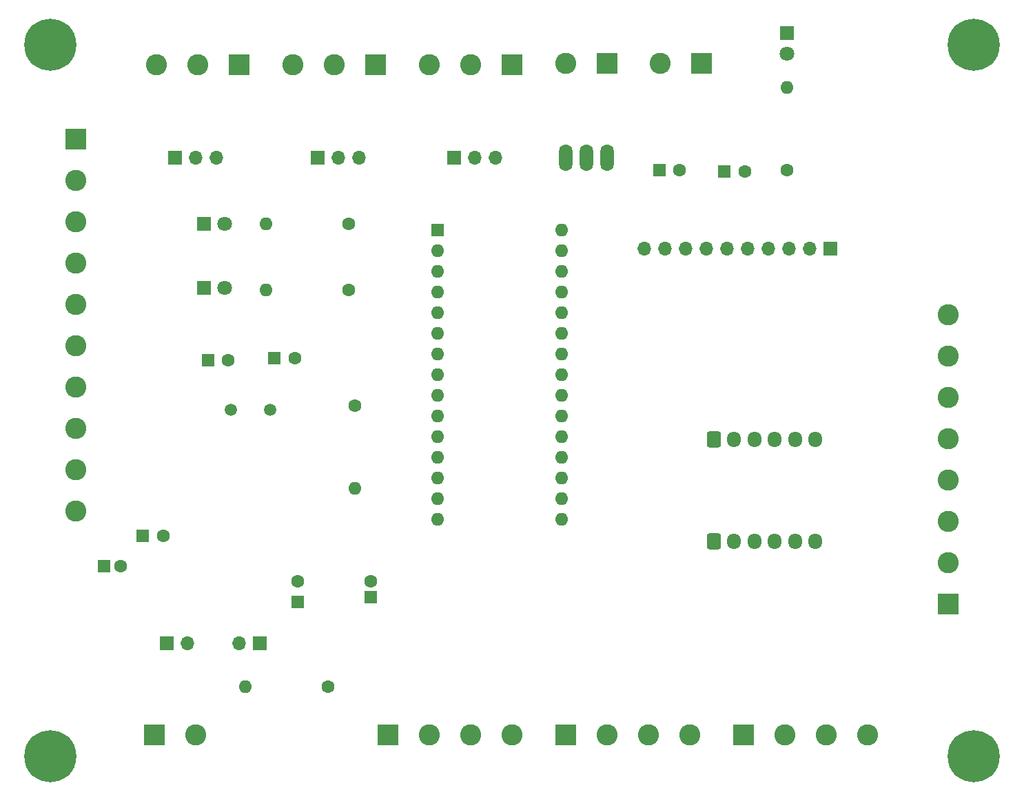
<source format=gbs>
%TF.GenerationSoftware,KiCad,Pcbnew,6.0.4-6f826c9f35~116~ubuntu20.04.1*%
%TF.CreationDate,2022-04-13T14:27:07+02:00*%
%TF.ProjectId,sprayGun_PCB,73707261-7947-4756-9e5f-5043422e6b69,rev?*%
%TF.SameCoordinates,Original*%
%TF.FileFunction,Soldermask,Bot*%
%TF.FilePolarity,Negative*%
%FSLAX46Y46*%
G04 Gerber Fmt 4.6, Leading zero omitted, Abs format (unit mm)*
G04 Created by KiCad (PCBNEW 6.0.4-6f826c9f35~116~ubuntu20.04.1) date 2022-04-13 14:27:07*
%MOMM*%
%LPD*%
G01*
G04 APERTURE LIST*
G04 Aperture macros list*
%AMRoundRect*
0 Rectangle with rounded corners*
0 $1 Rounding radius*
0 $2 $3 $4 $5 $6 $7 $8 $9 X,Y pos of 4 corners*
0 Add a 4 corners polygon primitive as box body*
4,1,4,$2,$3,$4,$5,$6,$7,$8,$9,$2,$3,0*
0 Add four circle primitives for the rounded corners*
1,1,$1+$1,$2,$3*
1,1,$1+$1,$4,$5*
1,1,$1+$1,$6,$7*
1,1,$1+$1,$8,$9*
0 Add four rect primitives between the rounded corners*
20,1,$1+$1,$2,$3,$4,$5,0*
20,1,$1+$1,$4,$5,$6,$7,0*
20,1,$1+$1,$6,$7,$8,$9,0*
20,1,$1+$1,$8,$9,$2,$3,0*%
G04 Aperture macros list end*
%ADD10R,1.600000X1.600000*%
%ADD11C,1.600000*%
%ADD12R,2.600000X2.600000*%
%ADD13C,2.600000*%
%ADD14O,1.700000X1.950000*%
%ADD15RoundRect,0.250000X-0.600000X-0.725000X0.600000X-0.725000X0.600000X0.725000X-0.600000X0.725000X0*%
%ADD16R,1.700000X1.700000*%
%ADD17O,1.700000X1.700000*%
%ADD18O,1.600000X1.600000*%
%ADD19C,1.800000*%
%ADD20R,1.800000X1.800000*%
%ADD21C,0.800000*%
%ADD22C,6.400000*%
%ADD23C,1.500000*%
%ADD24O,1.650000X3.300000*%
G04 APERTURE END LIST*
D10*
%TO.C,C8*%
X104394888Y-112600000D03*
D11*
X106894888Y-112600000D03*
%TD*%
D10*
%TO.C,C7*%
X99644888Y-116300000D03*
D11*
X101644888Y-116300000D03*
%TD*%
D10*
%TO.C,C6*%
X123400000Y-120705113D03*
D11*
X123400000Y-118205113D03*
%TD*%
D10*
%TO.C,C5*%
X132400000Y-120155112D03*
D11*
X132400000Y-118155112D03*
%TD*%
D12*
%TO.C,J19*%
X173050000Y-54550000D03*
D13*
X167970000Y-54550000D03*
%TD*%
D14*
%TO.C,J18*%
X187050000Y-113250000D03*
X184550000Y-113250000D03*
X182050000Y-113250000D03*
X179550000Y-113250000D03*
X177050000Y-113250000D03*
D15*
X174550000Y-113250000D03*
%TD*%
D14*
%TO.C,J3*%
X187050000Y-100750000D03*
X184550000Y-100750000D03*
X182050000Y-100750000D03*
X179550000Y-100750000D03*
X177050000Y-100750000D03*
D15*
X174550000Y-100750000D03*
%TD*%
D16*
%TO.C,J2*%
X188850000Y-77326000D03*
D17*
X186310000Y-77326000D03*
X183770000Y-77326000D03*
X181230000Y-77326000D03*
X178690000Y-77326000D03*
X176150000Y-77326000D03*
X173610000Y-77326000D03*
X171070000Y-77326000D03*
X168530000Y-77326000D03*
X165990000Y-77326000D03*
%TD*%
D12*
%TO.C,J9*%
X178182000Y-137062000D03*
D13*
X183262000Y-137062000D03*
X188342000Y-137062000D03*
X193422000Y-137062000D03*
%TD*%
D10*
%TO.C,C3*%
X120588888Y-90788000D03*
D11*
X123088888Y-90788000D03*
%TD*%
%TO.C,R2*%
X129663000Y-82406000D03*
D18*
X119503000Y-82406000D03*
%TD*%
D16*
%TO.C,J14*%
X107311000Y-125840000D03*
D17*
X109851000Y-125840000D03*
%TD*%
D19*
%TO.C,D1*%
X114423000Y-74278000D03*
D20*
X111883000Y-74278000D03*
%TD*%
D10*
%TO.C,A1*%
X140600000Y-75040000D03*
D18*
X140600000Y-77580000D03*
X140600000Y-80120000D03*
X140600000Y-82660000D03*
X140600000Y-85200000D03*
X140600000Y-87740000D03*
X140600000Y-90280000D03*
X140600000Y-92820000D03*
X140600000Y-95360000D03*
X140600000Y-97900000D03*
X140600000Y-100440000D03*
X140600000Y-102980000D03*
X140600000Y-105520000D03*
X140600000Y-108060000D03*
X140600000Y-110600000D03*
X155840000Y-110600000D03*
X155840000Y-108060000D03*
X155840000Y-105520000D03*
X155840000Y-102980000D03*
X155840000Y-100440000D03*
X155840000Y-97900000D03*
X155840000Y-95360000D03*
X155840000Y-92820000D03*
X155840000Y-90280000D03*
X155840000Y-87740000D03*
X155840000Y-85200000D03*
X155840000Y-82660000D03*
X155840000Y-80120000D03*
X155840000Y-77580000D03*
X155840000Y-75040000D03*
%TD*%
D11*
%TO.C,R4*%
X127128000Y-131174000D03*
D18*
X116968000Y-131174000D03*
%TD*%
D21*
%TO.C,REF\u002A\u002A*%
X94747056Y-53947056D03*
X93050000Y-49850000D03*
X91352944Y-53947056D03*
D22*
X93050000Y-52250000D03*
D21*
X94747056Y-50552944D03*
X93050000Y-54650000D03*
X90650000Y-52250000D03*
X95450000Y-52250000D03*
X91352944Y-50552944D03*
%TD*%
D12*
%TO.C,J16*%
X132975000Y-54674000D03*
D13*
X127895000Y-54674000D03*
X122815000Y-54674000D03*
%TD*%
D23*
%TO.C,Y1*%
X115190000Y-97138000D03*
X120070000Y-97138000D03*
%TD*%
D12*
%TO.C,J5*%
X156338000Y-137062000D03*
D13*
X161418000Y-137062000D03*
X166498000Y-137062000D03*
X171578000Y-137062000D03*
%TD*%
D11*
%TO.C,R5*%
X130430000Y-96630000D03*
D18*
X130430000Y-106790000D03*
%TD*%
D21*
%TO.C,REF\u002A\u002A*%
X94747056Y-141347056D03*
X93050000Y-137250000D03*
X91352944Y-141347056D03*
D22*
X93050000Y-139650000D03*
D21*
X94747056Y-137952944D03*
X93050000Y-142050000D03*
X90650000Y-139650000D03*
X95450000Y-139650000D03*
X91352944Y-137952944D03*
%TD*%
D12*
%TO.C,J11*%
X96140000Y-63864000D03*
D13*
X96140000Y-68944000D03*
X96140000Y-74024000D03*
X96140000Y-79104000D03*
X96140000Y-84184000D03*
X96140000Y-89264000D03*
X96140000Y-94344000D03*
X96140000Y-99424000D03*
X96140000Y-104504000D03*
X96140000Y-109584000D03*
%TD*%
D10*
%TO.C,C4*%
X112396000Y-91042000D03*
D11*
X114896000Y-91042000D03*
%TD*%
D10*
%TO.C,C1*%
X167855621Y-67674000D03*
D11*
X170355621Y-67674000D03*
%TD*%
D12*
%TO.C,J4*%
X134494000Y-137062000D03*
D13*
X139574000Y-137062000D03*
X144654000Y-137062000D03*
X149734000Y-137062000D03*
%TD*%
D21*
%TO.C,REF\u002A\u002A*%
X208147056Y-141347056D03*
X206450000Y-137250000D03*
X204752944Y-141347056D03*
D22*
X206450000Y-139650000D03*
D21*
X208147056Y-137952944D03*
X206450000Y-142050000D03*
X204050000Y-139650000D03*
X208850000Y-139650000D03*
X204752944Y-137952944D03*
%TD*%
D12*
%TO.C,J1*%
X161423000Y-54550000D03*
D13*
X156343000Y-54550000D03*
%TD*%
D10*
%TO.C,C2*%
X175844888Y-67850000D03*
D11*
X178344888Y-67850000D03*
%TD*%
D12*
%TO.C,J15*%
X116211000Y-54674000D03*
D13*
X111131000Y-54674000D03*
X106051000Y-54674000D03*
%TD*%
%TO.C,J10*%
X203374000Y-85454000D03*
X203374000Y-90534000D03*
X203374000Y-95614000D03*
X203374000Y-100694000D03*
X203374000Y-105774000D03*
X203374000Y-110854000D03*
X203374000Y-115934000D03*
D12*
X203374000Y-121014000D03*
%TD*%
D16*
%TO.C,J7*%
X125858000Y-66150000D03*
D17*
X128398000Y-66150000D03*
X130938000Y-66150000D03*
%TD*%
D12*
%TO.C,J17*%
X149739000Y-54674000D03*
D13*
X144659000Y-54674000D03*
X139579000Y-54674000D03*
%TD*%
D11*
%TO.C,R1*%
X129663000Y-74278000D03*
D18*
X119503000Y-74278000D03*
%TD*%
D11*
%TO.C,R3*%
X183550000Y-67630000D03*
D18*
X183550000Y-57470000D03*
%TD*%
D24*
%TO.C,IC1*%
X156338000Y-66150000D03*
X158878000Y-66150000D03*
X161418000Y-66150000D03*
%TD*%
D16*
%TO.C,J8*%
X142622000Y-66150000D03*
D17*
X145162000Y-66150000D03*
X147702000Y-66150000D03*
%TD*%
D12*
%TO.C,J13*%
X105787000Y-137062000D03*
D13*
X110867000Y-137062000D03*
%TD*%
D16*
%TO.C,J12*%
X118746000Y-125840000D03*
D17*
X116206000Y-125840000D03*
%TD*%
D16*
%TO.C,J6*%
X108332000Y-66150000D03*
D17*
X110872000Y-66150000D03*
X113412000Y-66150000D03*
%TD*%
D19*
%TO.C,D3*%
X183508000Y-53290000D03*
D20*
X183508000Y-50750000D03*
%TD*%
D21*
%TO.C,REF\u002A\u002A*%
X204752944Y-50552944D03*
X208850000Y-52250000D03*
X204050000Y-52250000D03*
X206450000Y-54650000D03*
X208147056Y-50552944D03*
D22*
X206450000Y-52250000D03*
D21*
X204752944Y-53947056D03*
X206450000Y-49850000D03*
X208147056Y-53947056D03*
%TD*%
D19*
%TO.C,D2*%
X114423000Y-82146000D03*
D20*
X111883000Y-82146000D03*
%TD*%
M02*

</source>
